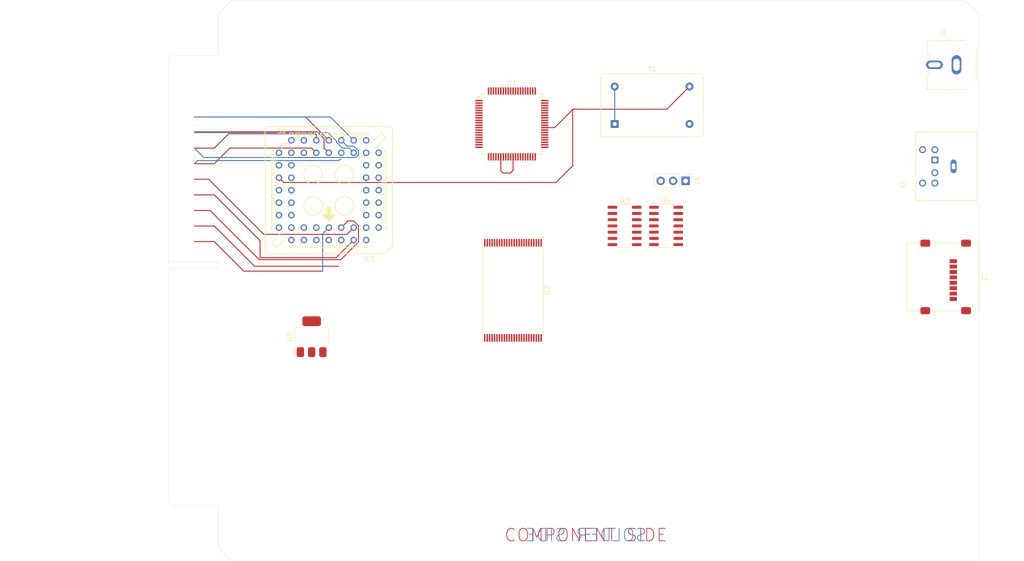
<source format=kicad_pcb>
(kicad_pcb (version 20241229) (generator "pcbnew") (generator_version "9.0")
  (layers (0 "F.Cu" signal) (4 "In1.Cu" signal) (6 "In2.Cu" signal) (2 "B.Cu" signal) (13 "F.Paste" user) (15 "B.Paste" user) (5 "F.SilkS" user "F.Silkscreen") (7 "B.SilkS" user "B.Silkscreen") (1 "F.Mask" user) (3 "B.Mask" user) (25 "Edge.Cuts" user))
  (net 0 "")
  (net 1 "/IPL0")
  (net 2 "/~{BERR}")
  (net 3 "/A15")
  (net 4 "/A0")
  (net 5 "/A8")
  (net 6 "/D5")
  (net 7 "/D7")
  (net 8 "/~{CLOCK7}")
  (net 9 "/FC1")
  (net 10 "/FC2")
  (net 11 "/A1")
  (net 12 "/~{HALT}")
  (net 13 "/A7")
  (net 14 "/D6")
  (net 15 "/IPL1")
  (net 16 "/D0")
  (net 17 "/A13")
  (net 18 "/IPL2")
  (net 19 "/FC0")
  (net 20 "/~{IPL0}")
  (net 21 "/A11")
  (net 22 "/~{IPL2}")
  (net 23 "/~{IPL1}")
  (net 24 "/~{CLOCK}")
  (net 25 "/~{UB}")
  (net 26 "/D4")
  (net 28 "/D1")
  (net 29 "+3.3V")
  (net 32 "/D2")
  (net 33 "/~{LB}")
  (net 34 "/A5")
  (net 35 "/D3")
  (net 36 "/A12")
  (net 37 "/A2")
  (net 39 "/A9")
  (net 40 "/~{WE}")
  (net 43 "/A6")
  (net 44 "/A3")
  (net 45 "/~{OE}")
  (net 46 "/A4")
  (net 47 "/A10")
  (net 48 "/A14")
  (net 52 "/R~{W}")
  (net 58 "Net-(U3-Pad10)")
  (net 61 "Net-(U3-Pad3)")
  (net 66 "Net-(U4A-D)")
  (net 78 "/~{CLOCK68K}")
  (net 79 "/A21")
  (net 80 "/A18")
  (net 81 "/~{RESET}")
  (net 82 "/A17")
  (net 83 "/~{AS}")
  (net 85 "/A20")
  (net 86 "/~{BGACK}")
  (net 87 "/~{BG}")
  (net 88 "GND")
  (net 89 "/~{BR}")
  (net 90 "/A16")
  (net 91 "/A19")
  (net 92 "VCC")
  (net 93 "/~{DTACK}")
  (net 94 "/R{slash}~{W}")
  (net 95 "/~{DS}")
  (net 96 "/ADC_X")
  (net 97 "/~{MCLR}")
  (net 98 "/PS{slash}2DATA")
  (net 99 "/RX")
  (net 100 "/TX")
  (net 101 "/PGD")
  (net 102 "/LED")
  (net 103 "/VIDPIXEL")
  (net 104 "/PS{slash}2CLK")
  (net 105 "/PGC")
  (net 106 "/ADC_Y")
  (net 107 "/~{PICDTACK}")
  (net 108 "/VIDSYNC")
  (net 109 "/PWM_OUT")
  (footprint "Package_SO:SOIC-14_3.9x8.7mm_P1.27mm" (layer "F.Cu") (at 159.025 79.035)
    (property "Reference" "U3" (at 0 -5.28 0) (layer "F.SilkS"))
    (property "Value" "74LS00")
    (pad "1" smd roundrect (at -2.475 -3.81) (size 1.95 0.6) (layers "F.Cu" "F.Mask" "F.Paste") (net 52 "/R~{W}"))
    (pad "2" smd roundrect (at -2.475 -2.54) (size 1.95 0.6) (layers "F.Cu" "F.Mask" "F.Paste") (net 52 "/R~{W}"))
    (pad "3" smd roundrect (at -2.475 -1.27) (size 1.95 0.6) (layers "F.Cu" "F.Mask" "F.Paste") (net 61 "Net-(U3-Pad3)"))
    (pad "4" smd roundrect (at -2.475 0) (size 1.95 0.6) (layers "F.Cu" "F.Mask" "F.Paste") (net 83 "/~{AS}"))
    (pad "5" smd roundrect (at -2.475 1.27) (size 1.95 0.6) (layers "F.Cu" "F.Mask" "F.Paste") (net 83 "/~{AS}"))
    (pad "6" smd roundrect (at -2.475 2.54) (size 1.95 0.6) (layers "F.Cu" "F.Mask" "F.Paste") (net 58 "Net-(U3-Pad10)"))
    (pad "7" smd roundrect (at -2.475 3.81) (size 1.95 0.6) (layers "F.Cu" "F.Mask" "F.Paste"))
    (pad "8" smd roundrect (at 2.475 3.81) (size 1.95 0.6) (layers "F.Cu" "F.Mask" "F.Paste") (net 40 "/~{WE}"))
    (pad "9" smd roundrect (at 2.475 2.54) (size 1.95 0.6) (layers "F.Cu" "F.Mask" "F.Paste") (net 61 "Net-(U3-Pad3)"))
    (pad "10" smd roundrect (at 2.475 1.27) (size 1.95 0.6) (layers "F.Cu" "F.Mask" "F.Paste") (net 58 "Net-(U3-Pad10)"))
    (pad "11" smd roundrect (at 2.475 0) (size 1.95 0.6) (layers "F.Cu" "F.Mask" "F.Paste") (net 45 "/~{OE}"))
    (pad "12" smd roundrect (at 2.475 -1.27) (size 1.95 0.6) (layers "F.Cu" "F.Mask" "F.Paste") (net 58 "Net-(U3-Pad10)"))
    (pad "13" smd roundrect (at 2.475 -2.54) (size 1.95 0.6) (layers "F.Cu" "F.Mask" "F.Paste") (net 52 "/R~{W}"))
    (pad "14" smd roundrect (at 2.475 -3.81) (size 1.95 0.6) (layers "F.Cu" "F.Mask" "F.Paste"))
  )
  (footprint "Package_TO_SOT_SMD:SOT-223-3_TabPin2" (layer "F.Cu") (at 95.25 101.6 90)
    (property "Reference" "U5" (at 0 -4.5 90) (layer "F.SilkS"))
    (property "Value" "AMS1117-3.3")
    (pad "1" smd roundrect (at -3.15 -2.3 90) (size 2 1.5) (layers "F.Cu" "F.Mask" "F.Paste") (net 88 "GND"))
    (pad "2" smd roundrect (at -3.15 0 90) (size 2 1.5) (layers "F.Cu" "F.Mask" "F.Paste") (net 29 "+3.3V"))
    (pad "2" smd roundrect (at 3.15 0 90) (size 2 3.8) (layers "F.Cu" "F.Mask" "F.Paste") (net 29 "+3.3V"))
    (pad "3" smd roundrect (at -3.15 2.3 90) (size 2 1.5) (layers "F.Cu" "F.Mask" "F.Paste") (net 92 "VCC"))
  )
  (footprint "MD-60S:CUI_MD-60S" (layer "F.Cu") (at 226.05 66.9 90)
    (property "Reference" "J2" (at -3.825 -10.435 90) (layer "F.SilkS"))
    (property "Value" "MD-60S")
    (fp_line (start 1.1 -0.35) (end 1.1 0.35) (stroke (width 0.01)) (layer "Edge.Cuts"))
    (fp_line (start -1.1 -0.35) (end 1.1 -0.35) (stroke (width 0.01)) (layer "Edge.Cuts"))
    (fp_line (start 1.1 0.35) (end -1.1 0.35) (stroke (width 0.01)) (layer "Edge.Cuts"))
    (fp_line (start -1.1 0.35) (end -1.1 -0.35) (stroke (width 0.01)) (layer "Edge.Cuts"))
    (pad "1" thru_hole rect (at 1.3 -3.8 90) (size 1.408 1.408) (drill 0.9) (layers "*.Cu" "*.Mask"))
    (pad "2" thru_hole circle (at -1.3 -3.8 90) (size 1.408 1.408) (drill 0.9) (layers "*.Cu" "*.Mask"))
    (pad "3" thru_hole circle (at 3.4 -3.8 90) (size 1.408 1.408) (drill 0.9) (layers "*.Cu" "*.Mask"))
    (pad "4" thru_hole circle (at -3.4 -3.8 90) (size 1.408 1.408) (drill 0.9) (layers "*.Cu" "*.Mask"))
    (pad "5" thru_hole circle (at 3.4 -6.3 90) (size 1.408 1.408) (drill 0.9) (layers "*.Cu" "*.Mask"))
    (pad "6" thru_hole circle (at -3.4 -6.3 90) (size 1.408 1.408) (drill 0.9) (layers "*.Cu" "*.Mask"))
    (pad "S1" thru_hole custom (at 0 0 90) (size 1.23 1.23) (drill oval 2.2 0.7) (layers "*.Cu") (options (clearance outline) (anchor circle)) (primitives (gr_poly (pts (xy 0 0.615) (xy -0.75 0.615) (xy -0.782 0.614) (xy -0.814 0.612) (xy -0.846 0.607) (xy -0.878 0.602) (xy -0.909 0.594) (xy -0.94 0.585) (xy -0.97 0.574) (xy -1 0.562) (xy -1.029 0.548) (xy -1.058 0.533) (xy -1.085 0.516) (xy -1.111 0.498) (xy -1.137 0.478) (xy -1.162 0.457) (xy -1.185 0.435) (xy -1.207 0.412) (xy -1.228 0.387) (xy -1.248 0.361) (xy -1.266 0.335) (xy -1.283 0.308) (xy -1.298 0.279) (xy -1.312 0.25) (xy -1.324 0.22) (xy -1.335 0.19) (xy -1.344 0.159) (xy -1.352 0.128) (xy -1.357 0.096) (xy -1.362 0.064) (xy -1.364 0.032) (xy -1.365 0) (xy -1.364 -0.032) (xy -1.362 -0.064) (xy -1.357 -0.096) (xy -1.352 -0.128) (xy -1.344 -0.159) (xy -1.335 -0.19) (xy -1.324 -0.22) (xy -1.312 -0.25) (xy -1.298 -0.279) (xy -1.283 -0.307) (xy -1.266 -0.335) (xy -1.248 -0.361) (xy -1.228 -0.387) (xy -1.207 -0.412) (xy -1.185 -0.435) (xy -1.162 -0.457) (xy -1.137 -0.478) (xy -1.111 -0.498) (xy -1.085 -0.516) (xy -1.058 -0.533) (xy -1.029 -0.548) (xy -1 -0.562) (xy -0.97 -0.574) (xy -0.94 -0.585) (xy -0.909 -0.594) (xy -0.878 -0.602) (xy -0.846 -0.607) (xy -0.814 -0.612) (xy -0.782 -0.614) (xy -0.75 -0.615) (xy 0 -0.615) (xy 0.75 -0.615) (xy 0.782 -0.614) (xy 0.814 -0.612) (xy 0.846 -0.607) (xy 0.878 -0.602) (xy 0.909 -0.594) (xy 0.94 -0.585) (xy 0.97 -0.574) (xy 1 -0.562) (xy 1.029 -0.548) (xy 1.058 -0.533) (xy 1.085 -0.516) (xy 1.111 -0.498) (xy 1.137 -0.478) (xy 1.162 -0.457) (xy 1.185 -0.435) (xy 1.207 -0.412) (xy 1.228 -0.387) (xy 1.248 -0.361) (xy 1.266 -0.335) (xy 1.283 -0.307) (xy 1.298 -0.279) (xy 1.312 -0.25) (xy 1.324 -0.22) (xy 1.335 -0.19) (xy 1.344 -0.159) (xy 1.352 -0.128) (xy 1.357 -0.096) (xy 1.362 -0.064) (xy 1.364 -0.032) (xy 1.365 0) (xy 1.364 0.032) (xy 1.362 0.064) (xy 1.357 0.096) (xy 1.352 0.128) (xy 1.344 0.159) (xy 1.335 0.19) (xy 1.324 0.22) (xy 1.312 0.25) (xy 1.298 0.279) (xy 1.283 0.307) (xy 1.266 0.335) (xy 1.248 0.361) (xy 1.228 0.387) (xy 1.207 0.412) (xy 1.185 0.435) (xy 1.162 0.457) (xy 1.137 0.478) (xy 1.111 0.498) (xy 1.085 0.516) (xy 1.058 0.533) (xy 1.029 0.548) (xy 1 0.562) (xy 0.97 0.574) (xy 0.94 0.585) (xy 0.909 0.594) (xy 0.878 0.602) (xy 0.846 0.607) (xy 0.814 0.612) (xy 0.782 0.614) (xy 0.75 0.615) (xy 0 0.615)) (width 0.01) (fill yes))))
  )
  (footprint "RCJ-044:CUI_RCJ-044" (layer "F.Cu") (at 226.658034 46.196027)
    (property "Reference" "J1" (at -2.825 -6.635 0) (layer "F.SilkS"))
    (property "Value" "RCJ-044")
    (fp_line (start 2.3 -5.15) (end 2.3 -3.35) (stroke (width 0.01)) (layer "Edge.Cuts"))
    (fp_line (start 2.3 -3.35) (end 4 -3.35) (stroke (width 0.01)) (layer "Edge.Cuts"))
    (fp_line (start 2.3 3.35) (end 2.3 5.15) (stroke (width 0.01)) (layer "Edge.Cuts"))
    (fp_line (start 2.3 5.15) (end 4 5.15) (stroke (width 0.01)) (layer "Edge.Cuts"))
    (fp_line (start 4 -5.15) (end 2.3 -5.15) (stroke (width 0.01)) (layer "Edge.Cuts"))
    (fp_line (start 4 -3.35) (end 4 -5.15) (stroke (width 0.01)) (layer "Edge.Cuts"))
    (fp_line (start 4 3.35) (end 2.3 3.35) (stroke (width 0.01)) (layer "Edge.Cuts"))
    (fp_line (start 4 5.15) (end 4 3.35) (stroke (width 0.01)) (layer "Edge.Cuts"))
    (pad "1" thru_hole oval (at 0 0) (size 1.95 3.9) (drill oval 1.3 2.5) (layers "*.Cu" "*.Mask"))
    (pad "2" thru_hole oval (at -4.5 0) (size 3.4 1.7) (drill oval 2.5 1) (layers "*.Cu" "*.Mask"))
  )
  (footprint "Oscillator:Oscillator_DIP-14" (layer "F.Cu") (at 157.01 58.25)
    (property "Reference" "Y1" (at 7.62 -11.26 0) (layer "F.SilkS"))
    (property "Value" "OCXO-14")
    (pad "1" thru_hole rect (at 0 0) (size 1.6 1.6) (drill 0.8) (layers "*.Cu" "*.Mask") (net 92 "VCC"))
    (pad "7" thru_hole circle (at 15.24 0) (size 1.6 1.6) (drill 0.8) (layers "*.Cu" "*.Mask") (net 88 "GND"))
    (pad "8" thru_hole circle (at 15.24 -7.62) (size 1.6 1.6) (drill 0.8) (layers "*.Cu" "*.Mask") (net 24 "/~{CLOCK}"))
    (pad "14" thru_hole circle (at 0 -7.62) (size 1.6 1.6) (drill 0.8) (layers "*.Cu" "*.Mask") (net 92 "VCC"))
  )
  (footprint "Connector_PinHeader_2.54mm:PinHeader_1x03_P2.54mm_Vertical" (layer "F.Cu") (at 171.45 69.85 -90)
    (property "Reference" "J4" (at 0 -2.38 90) (layer "F.SilkS"))
    (property "Value" "Conn_01x03_Pin")
    (pad "1" thru_hole rect (at 0 0 270) (size 1.7 1.7) (drill 1) (layers "*.Cu" "*.Mask") (net 24 "/~{CLOCK}"))
    (pad "2" thru_hole circle (at 0 2.54 270) (size 1.7 1.7) (drill 1) (layers "*.Cu" "*.Mask") (net 78 "/~{CLOCK68K}"))
    (pad "3" thru_hole circle (at 0 5.08 270) (size 1.7 1.7) (drill 1) (layers "*.Cu" "*.Mask") (net 8 "/~{CLOCK7}"))
  )
  (footprint "Package_SO:TSOP-I-48_18.4x12mm_P0.5mm" (layer "F.Cu") (at 136.275 92.16 -90)
    (property "Reference" "U2" (at 0 -6.95 90) (layer "F.SilkS"))
    (property "Value" "~")
    (pad "1" smd roundrect (at -9.6875 -5.75 270) (size 1.575 0.3) (layers "F.Cu" "F.Mask" "F.Paste") (net 3 "/A15"))
    (pad "2" smd roundrect (at -9.6875 -5.25 270) (size 1.575 0.3) (layers "F.Cu" "F.Mask" "F.Paste") (net 48 "/A14"))
    (pad "3" smd roundrect (at -9.6875 -4.75 270) (size 1.575 0.3) (layers "F.Cu" "F.Mask" "F.Paste") (net 17 "/A13"))
    (pad "4" smd roundrect (at -9.6875 -4.25 270) (size 1.575 0.3) (layers "F.Cu" "F.Mask" "F.Paste") (net 36 "/A12"))
    (pad "5" smd roundrect (at -9.6875 -3.75 270) (size 1.575 0.3) (layers "F.Cu" "F.Mask" "F.Paste") (net 21 "/A11"))
    (pad "6" smd roundrect (at -9.6875 -3.25 270) (size 1.575 0.3) (layers "F.Cu" "F.Mask" "F.Paste") (net 47 "/A10"))
    (pad "7" smd roundrect (at -9.6875 -2.75 270) (size 1.575 0.3) (layers "F.Cu" "F.Mask" "F.Paste") (net 39 "/A9"))
    (pad "8" smd roundrect (at -9.6875 -2.25 270) (size 1.575 0.3) (layers "F.Cu" "F.Mask" "F.Paste") (net 5 "/A8"))
    (pad "9" smd roundrect (at -9.6875 -1.75 270) (size 1.575 0.3) (layers "F.Cu" "F.Mask" "F.Paste") (net 91 "/A19"))
    (pad "10" smd roundrect (at -9.6875 -1.25 270) (size 1.575 0.3) (layers "F.Cu" "F.Mask" "F.Paste") (net 85 "/A20"))
    (pad "11" smd roundrect (at -9.6875 -0.75 270) (size 1.575 0.3) (layers "F.Cu" "F.Mask" "F.Paste") (net 40 "/~{WE}"))
    (pad "12" smd roundrect (at -9.6875 -0.25 270) (size 1.575 0.3) (layers "F.Cu" "F.Mask" "F.Paste") (net 29 "+3.3V"))
    (pad "13" smd roundrect (at -9.6875 0.25 270) (size 1.575 0.3) (layers "F.Cu" "F.Mask" "F.Paste"))
    (pad "14" smd roundrect (at -9.6875 0.75 270) (size 1.575 0.3) (layers "F.Cu" "F.Mask" "F.Paste") (net 25 "/~{UB}"))
    (pad "15" smd roundrect (at -9.6875 1.25 270) (size 1.575 0.3) (layers "F.Cu" "F.Mask" "F.Paste") (net 33 "/~{LB}"))
    (pad "16" smd roundrect (at -9.6875 1.75 270) (size 1.575 0.3) (layers "F.Cu" "F.Mask" "F.Paste") (net 80 "/A18"))
    (pad "17" smd roundrect (at -9.6875 2.25 270) (size 1.575 0.3) (layers "F.Cu" "F.Mask" "F.Paste") (net 82 "/A17"))
    (pad "18" smd roundrect (at -9.6875 2.75 270) (size 1.575 0.3) (layers "F.Cu" "F.Mask" "F.Paste") (net 13 "/A7"))
    (pad "19" smd roundrect (at -9.6875 3.25 270) (size 1.575 0.3) (layers "F.Cu" "F.Mask" "F.Paste") (net 43 "/A6"))
    (pad "20" smd roundrect (at -9.6875 3.75 270) (size 1.575 0.3) (layers "F.Cu" "F.Mask" "F.Paste") (net 34 "/A5"))
    (pad "21" smd roundrect (at -9.6875 4.25 270) (size 1.575 0.3) (layers "F.Cu" "F.Mask" "F.Paste") (net 46 "/A4"))
    (pad "22" smd roundrect (at -9.6875 4.75 270) (size 1.575 0.3) (layers "F.Cu" "F.Mask" "F.Paste") (net 44 "/A3"))
    (pad "23" smd roundrect (at -9.6875 5.25 270) (size 1.575 0.3) (layers "F.Cu" "F.Mask" "F.Paste") (net 37 "/A2"))
    (pad "24" smd roundrect (at -9.6875 5.75 270) (size 1.575 0.3) (layers "F.Cu" "F.Mask" "F.Paste") (net 11 "/A1"))
    (pad "25" smd roundrect (at 9.6875 5.75 270) (size 1.575 0.3) (layers "F.Cu" "F.Mask" "F.Paste") (net 4 "/A0"))
    (pad "26" smd roundrect (at 9.6875 5.25 270) (size 1.575 0.3) (layers "F.Cu" "F.Mask" "F.Paste") (net 88 "GND"))
    (pad "27" smd roundrect (at 9.6875 4.75 270) (size 1.575 0.3) (layers "F.Cu" "F.Mask" "F.Paste") (net 88 "GND"))
    (pad "28" smd roundrect (at 9.6875 4.25 270) (size 1.575 0.3) (layers "F.Cu" "F.Mask" "F.Paste") (net 45 "/~{OE}"))
    (pad "29" smd roundrect (at 9.6875 3.75 270) (size 1.575 0.3) (layers "F.Cu" "F.Mask" "F.Paste") (net 16 "/D0"))
    (pad "30" smd roundrect (at 9.6875 3.25 270) (size 1.575 0.3) (layers "F.Cu" "F.Mask" "F.Paste"))
    (pad "31" smd roundrect (at 9.6875 2.75 270) (size 1.575 0.3) (layers "F.Cu" "F.Mask" "F.Paste") (net 28 "/D1"))
    (pad "32" smd roundrect (at 9.6875 2.25 270) (size 1.575 0.3) (layers "F.Cu" "F.Mask" "F.Paste"))
    (pad "33" smd roundrect (at 9.6875 1.75 270) (size 1.575 0.3) (layers "F.Cu" "F.Mask" "F.Paste") (net 32 "/D2"))
    (pad "34" smd roundrect (at 9.6875 1.25 270) (size 1.575 0.3) (layers "F.Cu" "F.Mask" "F.Paste"))
    (pad "35" smd roundrect (at 9.6875 0.75 270) (size 1.575 0.3) (layers "F.Cu" "F.Mask" "F.Paste") (net 35 "/D3"))
    (pad "36" smd roundrect (at 9.6875 0.25 270) (size 1.575 0.3) (layers "F.Cu" "F.Mask" "F.Paste"))
    (pad "37" smd roundrect (at 9.6875 -0.25 270) (size 1.575 0.3) (layers "F.Cu" "F.Mask" "F.Paste") (net 29 "+3.3V"))
    (pad "38" smd roundrect (at 9.6875 -0.75 270) (size 1.575 0.3) (layers "F.Cu" "F.Mask" "F.Paste") (net 26 "/D4"))
    (pad "39" smd roundrect (at 9.6875 -1.25 270) (size 1.575 0.3) (layers "F.Cu" "F.Mask" "F.Paste"))
    (pad "40" smd roundrect (at 9.6875 -1.75 270) (size 1.575 0.3) (layers "F.Cu" "F.Mask" "F.Paste") (net 6 "/D5"))
    (pad "41" smd roundrect (at 9.6875 -2.25 270) (size 1.575 0.3) (layers "F.Cu" "F.Mask" "F.Paste"))
    (pad "42" smd roundrect (at 9.6875 -2.75 270) (size 1.575 0.3) (layers "F.Cu" "F.Mask" "F.Paste") (net 14 "/D6"))
    (pad "43" smd roundrect (at 9.6875 -3.25 270) (size 1.575 0.3) (layers "F.Cu" "F.Mask" "F.Paste"))
    (pad "44" smd roundrect (at 9.6875 -3.75 270) (size 1.575 0.3) (layers "F.Cu" "F.Mask" "F.Paste") (net 7 "/D7"))
    (pad "45" smd roundrect (at 9.6875 -4.25 270) (size 1.575 0.3) (layers "F.Cu" "F.Mask" "F.Paste") (net 79 "/A21"))
    (pad "46" smd roundrect (at 9.6875 -4.75 270) (size 1.575 0.3) (layers "F.Cu" "F.Mask" "F.Paste") (net 88 "GND"))
    (pad "47" smd roundrect (at 9.6875 -5.25 270) (size 1.575 0.3) (layers "F.Cu" "F.Mask" "F.Paste") (net 88 "GND"))
    (pad "48" smd roundrect (at 9.6875 -5.75 270) (size 1.575 0.3) (layers "F.Cu" "F.Mask" "F.Paste") (net 90 "/A16"))
  )
  (footprint "Connector_Card:microSD_HC_Molex_47219-2001" (layer "F.Cu") (at 223.9 89.425 -90)
    (property "Reference" "J3" (at 0 -8.5 270) (layer "F.SilkS"))
    (property "Value" "Micro_SD_Card")
    (pad "1" smd rect (at -3.205 -2.1 270) (size 0.8 1.5) (layers "F.Cu" "F.Mask" "F.Paste"))
    (pad "2" smd rect (at -2.105 -2.1 270) (size 0.8 1.5) (layers "F.Cu" "F.Mask" "F.Paste"))
    (pad "3" smd rect (at -1.005 -2.1 270) (size 0.8 1.5) (layers "F.Cu" "F.Mask" "F.Paste"))
    (pad "4" smd rect (at 0.095 -2.1 270) (size 0.8 1.5) (layers "F.Cu" "F.Mask" "F.Paste"))
    (pad "5" smd rect (at 1.195 -2.1 270) (size 0.8 1.5) (layers "F.Cu" "F.Mask" "F.Paste"))
    (pad "6" smd rect (at 2.295 -2.1 270) (size 0.8 1.5) (layers "F.Cu" "F.Mask" "F.Paste"))
    (pad "7" smd rect (at 3.395 -2.1 270) (size 0.8 1.5) (layers "F.Cu" "F.Mask" "F.Paste"))
    (pad "8" smd rect (at 4.495 -2.1 270) (size 0.8 1.5) (layers "F.Cu" "F.Mask" "F.Paste"))
    (pad "9" smd roundrect (at -6.875 -4.7 270) (size 1.45 2) (layers "F.Cu" "F.Mask" "F.Paste"))
    (pad "9" smd roundrect (at -6.875 3.6 270) (size 1.45 2) (layers "F.Cu" "F.Mask" "F.Paste"))
    (pad "9" smd roundrect (at 6.875 -4.7 270) (size 1.45 2) (layers "F.Cu" "F.Mask" "F.Paste"))
    (pad "9" smd roundrect (at 6.875 3.6 270) (size 1.45 2) (layers "F.Cu" "F.Mask" "F.Paste"))
  )
  (footprint "Package_SO:SOIC-14_3.9x8.7mm_P1.27mm" (layer "F.Cu") (at 167.475 79.035)
    (property "Reference" "U4" (at 0 -5.28 0) (layer "F.SilkS"))
    (property "Value" "74LS74")
    (pad "1" smd roundrect (at -2.475 -3.81) (size 1.95 0.6) (layers "F.Cu" "F.Mask" "F.Paste"))
    (pad "2" smd roundrect (at -2.475 -2.54) (size 1.95 0.6) (layers "F.Cu" "F.Mask" "F.Paste") (net 66 "Net-(U4A-D)"))
    (pad "3" smd roundrect (at -2.475 -1.27) (size 1.95 0.6) (layers "F.Cu" "F.Mask" "F.Paste"))
    (pad "4" smd roundrect (at -2.475 0) (size 1.95 0.6) (layers "F.Cu" "F.Mask" "F.Paste"))
    (pad "5" smd roundrect (at -2.475 1.27) (size 1.95 0.6) (layers "F.Cu" "F.Mask" "F.Paste") (net 8 "/~{CLOCK7}"))
    (pad "6" smd roundrect (at -2.475 2.54) (size 1.95 0.6) (layers "F.Cu" "F.Mask" "F.Paste") (net 66 "Net-(U4A-D)"))
    (pad "7" smd roundrect (at -2.475 3.81) (size 1.95 0.6) (layers "F.Cu" "F.Mask" "F.Paste"))
    (pad "8" smd roundrect (at 2.475 3.81) (size 1.95 0.6) (layers "F.Cu" "F.Mask" "F.Paste"))
    (pad "9" smd roundrect (at 2.475 2.54) (size 1.95 0.6) (layers "F.Cu" "F.Mask" "F.Paste") (net 93 "/~{DTACK}"))
    (pad "10" smd roundrect (at 2.475 1.27) (size 1.95 0.6) (layers "F.Cu" "F.Mask" "F.Paste"))
    (pad "11" smd roundrect (at 2.475 0) (size 1.95 0.6) (layers "F.Cu" "F.Mask" "F.Paste") (net 78 "/~{CLOCK68K}"))
    (pad "12" smd roundrect (at 2.475 -1.27) (size 1.95 0.6) (layers "F.Cu" "F.Mask" "F.Paste") (net 95 "/~{DS}"))
    (pad "13" smd roundrect (at 2.475 -2.54) (size 1.95 0.6) (layers "F.Cu" "F.Mask" "F.Paste"))
    (pad "14" smd roundrect (at 2.475 -3.81) (size 1.95 0.6) (layers "F.Cu" "F.Mask" "F.Paste"))
  )
  (footprint "MC68008FN:PLCC52-S" (layer "F.Cu") (at 98.75 71.75 180)
    (property "Reference" "IC1" (at -8.26085 -13.97995 0) (layer "F.SilkS") (effects (font (size 1.000709 1.000709))))
    (property "Value" "MC68008FN")
    (fp_text user "52" (at 9.52581 12.066 0) (layer "F.SilkS") (effects (font (size 1.000087 1.000087))))
    (pad "1" thru_hole circle (at 0 -10.16 180) (size 1.3208 1.3208) (drill 0.8128) (layers "*.Cu" "*.Mask") (net 37 "/A2"))
    (pad "2" thru_hole circle (at 0 -7.62 180) (size 1.3208 1.3208) (drill 0.8128) (layers "*.Cu" "*.Mask") (net 44 "/A3"))
    (pad "3" thru_hole circle (at -2.54 -10.16 180) (size 1.3208 1.3208) (drill 0.8128) (layers "*.Cu" "*.Mask") (net 46 "/A4"))
    (pad "4" thru_hole circle (at -2.54 -7.62 180) (size 1.3208 1.3208) (drill 0.8128) (layers "*.Cu" "*.Mask") (net 34 "/A5"))
    (pad "5" thru_hole circle (at -5.08 -10.16 180) (size 1.3208 1.3208) (drill 0.8128) (layers "*.Cu" "*.Mask") (net 43 "/A6"))
    (pad "6" thru_hole circle (at -5.08 -7.62 180) (size 1.3208 1.3208) (drill 0.8128) (layers "*.Cu" "*.Mask") (net 13 "/A7"))
    (pad "7" thru_hole circle (at -7.62 -10.16 180) (size 1.3208 1.3208) (drill 0.8128) (layers "*.Cu" "*.Mask") (net 5 "/A8"))
    (pad "8" thru_hole circle (at -10.16 -7.62 180) (size 1.3208 1.3208) (drill 0.8128) (layers "*.Cu" "*.Mask") (net 39 "/A9"))
    (pad "9" thru_hole circle (at -7.62 -7.62 180) (size 1.3208 1.3208) (drill 0.8128) (layers "*.Cu" "*.Mask") (net 47 "/A10"))
    (pad "10" thru_hole circle (at -10.16 -5.08 180) (size 1.3208 1.3208) (drill 0.8128) (layers "*.Cu" "*.Mask") (net 21 "/A11"))
    (pad "11" thru_hole circle (at -7.62 -5.08 180) (size 1.3208 1.3208) (drill 0.8128) (layers "*.Cu" "*.Mask") (net 36 "/A12"))
    (pad "12" thru_hole circle (at -10.16 -2.54 180) (size 1.3208 1.3208) (drill 0.8128) (layers "*.Cu" "*.Mask") (net 17 "/A13"))
    (pad "13" thru_hole circle (at -7.62 -2.54 180) (size 1.3208 1.3208) (drill 0.8128) (layers "*.Cu" "*.Mask") (net 79 "/A21"))
    (pad "14" thru_hole circle (at -10.16 0 180) (size 1.3208 1.3208) (drill 0.8128) (layers "*.Cu" "*.Mask") (net 48 "/A14"))
    (pad "15" thru_hole circle (at -7.62 0 180) (size 1.3208 1.3208) (drill 0.8128) (layers "*.Cu" "*.Mask") (net 92 "VCC"))
    (pad "16" thru_hole circle (at -10.16 2.54 180) (size 1.3208 1.3208) (drill 0.8128) (layers "*.Cu" "*.Mask") (net 3 "/A15"))
    (pad "17" thru_hole circle (at -7.62 2.54 180) (size 1.3208 1.3208) (drill 0.8128) (layers "*.Cu" "*.Mask") (net 88 "GND"))
    (pad "18" thru_hole circle (at -10.16 5.08 180) (size 1.3208 1.3208) (drill 0.8128) (layers "*.Cu" "*.Mask") (net 90 "/A16"))
    (pad "19" thru_hole circle (at -7.62 5.08 180) (size 1.3208 1.3208) (drill 0.8128) (layers "*.Cu" "*.Mask") (net 82 "/A17"))
    (pad "20" thru_hole circle (at -10.16 7.62 180) (size 1.3208 1.3208) (drill 0.8128) (layers "*.Cu" "*.Mask") (net 80 "/A18"))
    (pad "21" thru_hole circle (at -7.62 10.16 180) (size 1.3208 1.3208) (drill 0.8128) (layers "*.Cu" "*.Mask") (net 91 "/A19"))
    (pad "22" thru_hole circle (at -7.62 7.62 180) (size 1.3208 1.3208) (drill 0.8128) (layers "*.Cu" "*.Mask") (net 85 "/A20"))
    (pad "23" thru_hole circle (at -5.08 10.16 180) (size 1.3208 1.3208) (drill 0.8128) (layers "*.Cu" "*.Mask") (net 7 "/D7"))
    (pad "24" thru_hole circle (at -5.08 7.62 180) (size 1.3208 1.3208) (drill 0.8128) (layers "*.Cu" "*.Mask") (net 14 "/D6"))
    (pad "25" thru_hole circle (at -2.54 10.16 180) (size 1.3208 1.3208) (drill 0.8128) (layers "*.Cu" "*.Mask") (net 6 "/D5"))
    (pad "26" thru_hole circle (at -2.54 7.62 180) (size 1.3208 1.3208) (drill 0.8128) (layers "*.Cu" "*.Mask") (net 26 "/D4"))
    (pad "27" thru_hole circle (at 0 10.16 180) (size 1.3208 1.3208) (drill 0.8128) (layers "*.Cu" "*.Mask") (net 35 "/D3"))
    (pad "28" thru_hole circle (at 0 7.62 180) (size 1.3208 1.3208) (drill 0.8128) (layers "*.Cu" "*.Mask") (net 32 "/D2"))
    (pad "29" thru_hole circle (at 2.54 10.16 180) (size 1.3208 1.3208) (drill 0.8128) (layers "*.Cu" "*.Mask") (net 28 "/D1"))
    (pad "30" thru_hole circle (at 2.54 7.62 180) (size 1.3208 1.3208) (drill 0.8128) (layers "*.Cu" "*.Mask") (net 16 "/D0"))
    (pad "31" thru_hole circle (at 5.08 10.16 180) (size 1.3208 1.3208) (drill 0.8128) (layers "*.Cu" "*.Mask") (net 83 "/~{AS}"))
    (pad "32" thru_hole circle (at 5.08 7.62 180) (size 1.3208 1.3208) (drill 0.8128) (layers "*.Cu" "*.Mask") (net 95 "/~{DS}"))
    (pad "33" thru_hole circle (at 7.62 10.16 180) (size 1.3208 1.3208) (drill 0.8128) (layers "*.Cu" "*.Mask") (net 94 "/R{slash}~{W}"))
    (pad "34" thru_hole circle (at 10.16 7.62 180) (size 1.3208 1.3208) (drill 0.8128) (layers "*.Cu" "*.Mask") (net 93 "/~{DTACK}"))
    (pad "35" thru_hole circle (at 7.62 7.62 180) (size 1.3208 1.3208) (drill 0.8128) (layers "*.Cu" "*.Mask") (net 87 "/~{BG}"))
    (pad "36" thru_hole circle (at 10.16 5.08 180) (size 1.3208 1.3208) (drill 0.8128) (layers "*.Cu" "*.Mask") (net 86 "/~{BGACK}"))
    (pad "37" thru_hole circle (at 7.62 5.08 180) (size 1.3208 1.3208) (drill 0.8128) (layers "*.Cu" "*.Mask") (net 89 "/~{BR}"))
    (pad "38" thru_hole circle (at 10.16 2.54 180) (size 1.3208 1.3208) (drill 0.8128) (layers "*.Cu" "*.Mask") (net 78 "/~{CLOCK68K}"))
    (pad "39" thru_hole circle (at 7.62 2.54 180) (size 1.3208 1.3208) (drill 0.8128) (layers "*.Cu" "*.Mask") (net 88 "GND"))
    (pad "40" thru_hole circle (at 10.16 0 180) (size 1.3208 1.3208) (drill 0.8128) (layers "*.Cu" "*.Mask") (net 12 "/~{HALT}"))
    (pad "41" thru_hole circle (at 7.62 0 180) (size 1.3208 1.3208) (drill 0.8128) (layers "*.Cu" "*.Mask") (net 81 "/~{RESET}"))
    (pad "42" thru_hole circle (at 10.16 -2.54 180) (size 1.3208 1.3208) (drill 0.8128) (layers "*.Cu" "*.Mask"))
    (pad "43" thru_hole circle (at 7.62 -2.54 180) (size 1.3208 1.3208) (drill 0.8128) (layers "*.Cu" "*.Mask"))
    (pad "44" thru_hole circle (at 7.62 -5.08 180) (size 1.3208 1.3208) (drill 0.8128) (layers "*.Cu" "*.Mask") (net 2 "/~{BERR}"))
    (pad "45" thru_hole circle (at 10.16 -5.08 180) (size 1.3208 1.3208) (drill 0.8128) (layers "*.Cu" "*.Mask") (net 15 "/IPL1"))
    (pad "46" thru_hole circle (at 10.16 -7.62 180) (size 1.3208 1.3208) (drill 0.8128) (layers "*.Cu" "*.Mask") (net 18 "/IPL2"))
    (pad "47" thru_hole circle (at 7.62 -10.16 180) (size 1.3208 1.3208) (drill 0.8128) (layers "*.Cu" "*.Mask") (net 1 "/IPL0"))
    (pad "48" thru_hole circle (at 7.62 -7.62 180) (size 1.3208 1.3208) (drill 0.8128) (layers "*.Cu" "*.Mask") (net 10 "/FC2"))
    (pad "49" thru_hole circle (at 5.08 -10.16 180) (size 1.3208 1.3208) (drill 0.8128) (layers "*.Cu" "*.Mask") (net 9 "/FC1"))
    (pad "50" thru_hole circle (at 5.08 -7.62 180) (size 1.3208 1.3208) (drill 0.8128) (layers "*.Cu" "*.Mask") (net 19 "/FC0"))
    (pad "51" thru_hole circle (at 2.54 -10.16 180) (size 1.3208 1.3208) (drill 0.8128) (layers "*.Cu" "*.Mask") (net 4 "/A0"))
    (pad "52" thru_hole circle (at 2.54 -7.62 180) (size 1.3208 1.3208) (drill 0.8128) (layers "*.Cu" "*.Mask") (net 11 "/A1"))
  )
  (footprint "Package_QFP:TQFP-80_12x12mm_P0.5mm" (layer "F.Cu") (at 136.05 58.25)
    (property "Reference" "U1" (at 0 -8.45 0) (layer "F.SilkS"))
    (property "Value" "PIC18F87K22-xPT")
    (pad "1" smd rect (at -6.7 -4.75) (size 1.5 0.3) (layers "F.Cu" "F.Mask" "F.Paste") (net 37 "/A2"))
    (pad "2" smd rect (at -6.7 -4.25) (size 1.5 0.3) (layers "F.Cu" "F.Mask" "F.Paste") (net 44 "/A3"))
    (pad "3" smd rect (at -6.7 -3.75) (size 1.5 0.3) (layers "F.Cu" "F.Mask" "F.Paste") (net 28 "/D1"))
    (pad "4" smd rect (at -6.7 -3.25) (size 1.5 0.3) (layers "F.Cu" "F.Mask" "F.Paste") (net 16 "/D0"))
    (pad "5" smd rect (at -6.7 -2.75) (size 1.5 0.3) (layers "F.Cu" "F.Mask" "F.Paste") (net 108 "/VIDSYNC"))
    (pad "6" smd rect (at -6.7 -2.25) (size 1.5 0.3) (layers "F.Cu" "F.Mask" "F.Paste") (net 103 "/VIDPIXEL"))
    (pad "7" smd rect (at -6.7 -1.75) (size 1.5 0.3) (layers "F.Cu" "F.Mask" "F.Paste") (net 96 "/ADC_X"))
    (pad "8" smd rect (at -6.7 -1.25) (size 1.5 0.3) (layers "F.Cu" "F.Mask" "F.Paste") (net 106 "/ADC_Y"))
    (pad "9" smd rect (at -6.7 -0.75) (size 1.5 0.3) (layers "F.Cu" "F.Mask" "F.Paste") (net 97 "/~{MCLR}"))
    (pad "10" smd rect (at -6.7 -0.25) (size 1.5 0.3) (layers "F.Cu" "F.Mask" "F.Paste"))
    (pad "11" smd rect (at -6.7 0.25) (size 1.5 0.3) (layers "F.Cu" "F.Mask" "F.Paste") (net 88 "GND"))
    (pad "12" smd rect (at -6.7 0.75) (size 1.5 0.3) (layers "F.Cu" "F.Mask" "F.Paste"))
    (pad "13" smd rect (at -6.7 1.25) (size 1.5 0.3) (layers "F.Cu" "F.Mask" "F.Paste"))
    (pad "14" smd rect (at -6.7 1.75) (size 1.5 0.3) (layers "F.Cu" "F.Mask" "F.Paste") (net 79 "/A21"))
    (pad "15" smd rect (at -6.7 2.25) (size 1.5 0.3) (layers "F.Cu" "F.Mask" "F.Paste") (net 85 "/A20"))
    (pad "16" smd rect (at -6.7 2.75) (size 1.5 0.3) (layers "F.Cu" "F.Mask" "F.Paste") (net 91 "/A19"))
    (pad "17" smd rect (at -6.7 3.25) (size 1.5 0.3) (layers "F.Cu" "F.Mask" "F.Paste") (net 80 "/A18"))
    (pad "18" smd rect (at -6.7 3.75) (size 1.5 0.3) (layers "F.Cu" "F.Mask" "F.Paste") (net 82 "/A17"))
    (pad "19" smd rect (at -6.7 4.25) (size 1.5 0.3) (layers "F.Cu" "F.Mask" "F.Paste") (net 13 "/A7"))
    (pad "20" smd rect (at -6.7 4.75) (size 1.5 0.3) (layers "F.Cu" "F.Mask" "F.Paste") (net 43 "/A6"))
    (pad "21" smd rect (at -4.75 6.7 90) (size 1.5 0.3) (layers "F.Cu" "F.Mask" "F.Paste") (net 34 "/A5"))
    (pad "22" smd rect (at -4.25 6.7 90) (size 1.5 0.3) (layers "F.Cu" "F.Mask" "F.Paste") (net 46 "/A4"))
    (pad "23" smd rect (at -3.75 6.7 90) (size 1.5 0.3) (layers "F.Cu" "F.Mask" "F.Paste") (net 90 "/A16"))
    (pad "24" smd rect (at -3.25 6.7 90) (size 1.5 0.3) (layers "F.Cu" "F.Mask" "F.Paste"))
    (pad "25" smd rect (at -2.75 6.7 90) (size 1.5 0.3) (layers "F.Cu" "F.Mask" "F.Paste") (net 92 "VCC"))
    (pad "26" smd rect (at -2.25 6.7 90) (size 1.5 0.3) (layers "F.Cu" "F.Mask" "F.Paste") (net 88 "GND"))
    (pad "27" smd rect (at -1.75 6.7 90) (size 1.5 0.3) (layers "F.Cu" "F.Mask" "F.Paste") (net 107 "/~{PICDTACK}"))
    (pad "28" smd rect (at -1.25 6.7 90) (size 1.5 0.3) (layers "F.Cu" "F.Mask" "F.Paste") (net 95 "/~{DS}"))
    (pad "29" smd rect (at -0.75 6.7 90) (size 1.5 0.3) (layers "F.Cu" "F.Mask" "F.Paste") (net 83 "/~{AS}"))
    (pad "30" smd rect (at -0.25 6.7 90) (size 1.5 0.3) (layers "F.Cu" "F.Mask" "F.Paste") (net 94 "/R{slash}~{W}"))
    (pad "31" smd rect (at 0.25 6.7 90) (size 1.5 0.3) (layers "F.Cu" "F.Mask" "F.Paste") (net 88 "GND"))
    (pad "32" smd rect (at 0.75 6.7 90) (size 1.5 0.3) (layers "F.Cu" "F.Mask" "F.Paste") (net 92 "VCC"))
    (pad "33" smd rect (at 1.25 6.7 90) (size 1.5 0.3) (layers "F.Cu" "F.Mask" "F.Paste") (net 87 "/~{BG}"))
    (pad "34" smd rect (at 1.75 6.7 90) (size 1.5 0.3) (layers "F.Cu" "F.Mask" "F.Paste") (net 89 "/~{BR}"))
    (pad "35" smd rect (at 2.25 6.7 90) (size 1.5 0.3) (layers "F.Cu" "F.Mask" "F.Paste") (net 109 "/PWM_OUT"))
    (pad "36" smd rect (at 2.75 6.7 90) (size 1.5 0.3) (layers "F.Cu" "F.Mask" "F.Paste"))
    (pad "37" smd rect (at 3.25 6.7 90) (size 1.5 0.3) (layers "F.Cu" "F.Mask" "F.Paste") (net 100 "/TX"))
    (pad "38" smd rect (at 3.75 6.7 90) (size 1.5 0.3) (layers "F.Cu" "F.Mask" "F.Paste") (net 99 "/RX"))
    (pad "39" smd rect (at 4.25 6.7 90) (size 1.5 0.3) (layers "F.Cu" "F.Mask" "F.Paste") (net 36 "/A12"))
    (pad "40" smd rect (at 4.75 6.7 90) (size 1.5 0.3) (layers "F.Cu" "F.Mask" "F.Paste") (net 17 "/A13"))
    (pad "41" smd rect (at 6.7 4.75) (size 1.5 0.3) (layers "F.Cu" "F.Mask" "F.Paste") (net 48 "/A14"))
    (pad "42" smd rect (at 6.7 4.25) (size 1.5 0.3) (layers "F.Cu" "F.Mask" "F.Paste") (net 3 "/A15"))
    (pad "43" smd rect (at 6.7 3.75) (size 1.5 0.3) (layers "F.Cu" "F.Mask" "F.Paste"))
    (pad "44" smd rect (at 6.7 3.25) (size 1.5 0.3) (layers "F.Cu" "F.Mask" "F.Paste") (net 104 "/PS{slash}2CLK"))
    (pad "45" smd rect (at 6.7 2.75) (size 1.5 0.3) (layers "F.Cu" "F.Mask" "F.Paste") (net 98 "/PS{slash}2DATA"))
    (pad "46" smd rect (at 6.7 2.25) (size 1.5 0.3) (layers "F.Cu" "F.Mask" "F.Paste") (net 102 "/LED"))
    (pad "47" smd rect (at 6.7 1.75) (size 1.5 0.3) (layers "F.Cu" "F.Mask" "F.Paste") (net 101 "/PGD"))
    (pad "48" smd rect (at 6.7 1.25) (size 1.5 0.3) (layers "F.Cu" "F.Mask" "F.Paste") (net 92 "VCC"))
    (pad "49" smd rect (at 6.7 0.75) (size 1.5 0.3) (layers "F.Cu" "F.Mask" "F.Paste") (net 24 "/~{CLOCK}"))
    (pad "50" smd rect (at 6.7 0.25) (size 1.5 0.3) (layers "F.Cu" "F.Mask" "F.Paste") (net 86 "/~{BGACK}"))
    (pad "51" smd rect (at 6.7 -0.25) (size 1.5 0.3) (layers "F.Cu" "F.Mask" "F.Paste") (net 88 "GND"))
    (pad "52" smd rect (at 6.7 -0.75) (size 1.5 0.3) (layers "F.Cu" "F.Mask" "F.Paste") (net 105 "/PGC"))
    (pad "53" smd rect (at 6.7 -1.25) (size 1.5 0.3) (layers "F.Cu" "F.Mask" "F.Paste") (net 10 "/FC2"))
    (pad "54" smd rect (at 6.7 -1.75) (size 1.5 0.3) (layers "F.Cu" "F.Mask" "F.Paste") (net 9 "/FC1"))
    (pad "55" smd rect (at 6.7 -2.25) (size 1.5 0.3) (layers "F.Cu" "F.Mask" "F.Paste") (net 19 "/FC0"))
    (pad "56" smd rect (at 6.7 -2.75) (size 1.5 0.3) (layers "F.Cu" "F.Mask" "F.Paste") (net 2 "/~{BERR}"))
    (pad "57" smd rect (at 6.7 -3.25) (size 1.5 0.3) (layers "F.Cu" "F.Mask" "F.Paste") (net 12 "/~{HALT}"))
    (pad "58" smd rect (at 6.7 -3.75) (size 1.5 0.3) (layers "F.Cu" "F.Mask" "F.Paste") (net 81 "/~{RESET}"))
    (pad "59" smd rect (at 6.7 -4.25) (size 1.5 0.3) (layers "F.Cu" "F.Mask" "F.Paste") (net 21 "/A11"))
    (pad "60" smd rect (at 6.7 -4.75) (size 1.5 0.3) (layers "F.Cu" "F.Mask" "F.Paste") (net 47 "/A10"))
    (pad "61" smd rect (at 4.75 -6.7 90) (size 1.5 0.3) (layers "F.Cu" "F.Mask" "F.Paste") (net 39 "/A9"))
    (pad "62" smd rect (at 4.25 -6.7 90) (size 1.5 0.3) (layers "F.Cu" "F.Mask" "F.Paste") (net 5 "/A8"))
    (pad "63" smd rect (at 3.75 -6.7 90) (size 1.5 0.3) (layers "F.Cu" "F.Mask" "F.Paste"))
    (pad "64" smd rect (at 3.25 -6.7 90) (size 1.5 0.3) (layers "F.Cu" "F.Mask" "F.Paste"))
    (pad "65" smd rect (at 2.75 -6.7 90) (size 1.5 0.3) (layers "F.Cu" "F.Mask" "F.Paste"))
    (pad "66" smd rect (at 2.25 -6.7 90) (size 1.5 0.3) (layers "F.Cu" "F.Mask" "F.Paste"))
    (pad "67" smd rect (at 1.75 -6.7 90) (size 1.5 0.3) (layers "F.Cu" "F.Mask" "F.Paste"))
    (pad "68" smd rect (at 1.25 -6.7 90) (size 1.5 0.3) (layers "F.Cu" "F.Mask" "F.Paste") (net 22 "/~{IPL2}"))
    (pad "69" smd rect (at 0.75 -6.7 90) (size 1.5 0.3) (layers "F.Cu" "F.Mask" "F.Paste") (net 23 "/~{IPL1}"))
    (pad "70" smd rect (at 0.25 -6.7 90) (size 1.5 0.3) (layers "F.Cu" "F.Mask" "F.Paste") (net 88 "GND"))
    (pad "71" smd rect (at -0.25 -6.7 90) (size 1.5 0.3) (layers "F.Cu" "F.Mask" "F.Paste") (net 92 "VCC"))
    (pad "72" smd rect (at -0.75 -6.7 90) (size 1.5 0.3) (layers "F.Cu" "F.Mask" "F.Paste") (net 20 "/~{IPL0}"))
    (pad "73" smd rect (at -1.25 -6.7 90) (size 1.5 0.3) (layers "F.Cu" "F.Mask" "F.Paste") (net 7 "/D7"))
    (pad "74" smd rect (at -1.75 -6.7 90) (size 1.5 0.3) (layers "F.Cu" "F.Mask" "F.Paste") (net 14 "/D6"))
    (pad "75" smd rect (at -2.25 -6.7 90) (size 1.5 0.3) (layers "F.Cu" "F.Mask" "F.Paste") (net 6 "/D5"))
    (pad "76" smd rect (at -2.75 -6.7 90) (size 1.5 0.3) (layers "F.Cu" "F.Mask" "F.Paste") (net 26 "/D4"))
    (pad "77" smd rect (at -3.25 -6.7 90) (size 1.5 0.3) (layers "F.Cu" "F.Mask" "F.Paste") (net 35 "/D3"))
    (pad "78" smd rect (at -3.75 -6.7 90) (size 1.5 0.3) (layers "F.Cu" "F.Mask" "F.Paste") (net 32 "/D2"))
    (pad "79" smd rect (at -4.25 -6.7 90) (size 1.5 0.3) (layers "F.Cu" "F.Mask" "F.Paste") (net 4 "/A0"))
    (pad "80" smd rect (at -4.75 -6.7 90) (size 1.5 0.3) (layers "F.Cu" "F.Mask" "F.Paste") (net 11 "/A1"))
  )
  (gr_line (start 66.802 44.323) (end 76.2 44.323) (stroke (width 0.05)) (layer "Edge.Cuts"))
  (gr_line (start 76.2 144.526) (end 76.2 136.017) (stroke (width 0.05)) (layer "Edge.Cuts"))
  (gr_line (start 66.04 86.36) (end 76.2 86.36) (stroke (width 0.05)) (layer "Edge.Cuts"))
  (gr_line (start 76.2 35.814) (end 78.994 33.02) (stroke (width 0.05)) (layer "Edge.Cuts"))
  (gr_line (start 66.04 45.085) (end 66.802 44.323) (stroke (width 0.05)) (layer "Edge.Cuts"))
  (gr_line (start 66.04 87.63) (end 66.04 135.255) (stroke (width 0.05)) (layer "Edge.Cuts"))
  (gr_line (start 231.14 147.32) (end 78.994 147.32) (stroke (width 0.05)) (layer "Edge.Cuts"))
  (gr_line (start 66.04 135.255) (end 66.802 136.017) (stroke (width 0.05)) (layer "Edge.Cuts"))
  (gr_line (start 78.994 33.02) (end 228.346 33.02) (stroke (width 0.05)) (layer "Edge.Cuts"))
  (gr_line (start 66.04 86.36) (end 66.04 45.085) (stroke (width 0.05)) (layer "Edge.Cuts"))
  (gr_line (start 76.2 144.526) (end 78.994 147.32) (stroke (width 0.05)) (layer "Edge.Cuts"))
  (gr_line (start 66.802 136.017) (end 76.2 136.017) (stroke (width 0.05)) (layer "Edge.Cuts"))
  (gr_line (start 76.2 86.36) (end 76.2 87.63) (stroke (width 0.05)) (layer "Edge.Cuts"))
  (gr_line (start 76.2 35.814) (end 76.2 44.323) (stroke (width 0.05)) (layer "Edge.Cuts"))
  (gr_line (start 228.346 33.02) (end 231.14 35.814) (stroke (width 0.05)) (layer "Edge.Cuts"))
  (gr_line (start 231.14 35.814) (end 231.14 147.32) (stroke (width 0.05)) (layer "Edge.Cuts"))
  (gr_line (start 76.2 87.63) (end 66.04 87.63) (stroke (width 0.05)) (layer "Edge.Cuts"))
  (gr_text "COMPONENT SIDE" (at 151.13 143.51 0) (layer "F.Cu") (effects (font (size 2.54 2.54)) (justify bottom)))
  (gr_text "SOLDER SIDE" (at 151.13 143.51 0) (layer "B.Cu") (effects (font (size 2.54 2.54)) (justify bottom mirror)))
  (segment (start 103.827225 62.7676) (end 102.4676 62.7676) (width 0.2) (layer "B.Cu") (net 6))
  (segment (start 73.2789 65.0914) (end 104.228225 65.0914) (width 0.2) (layer "B.Cu") (net 6))
  (segment (start 71.37 63.1825) (end 73.2789 65.0914) (width 0.2) (layer "B.Cu") (net 6))
  (segment (start 104.228225 65.0914) (end 104.7914 64.528225) (width 0.2) (layer "B.Cu") (net 6))
  (segment (start 104.7914 63.731775) (end 103.827225 62.7676) (width 0.2) (layer "B.Cu") (net 6))
  (segment (start 104.7914 64.528225) (end 104.7914 63.731775) (width 0.2) (layer "B.Cu") (net 6))
  (segment (start 102.4676 62.7676) (end 101.29 61.59) (width 0.2) (layer "B.Cu") (net 6))
  (segment (start 99.0725 56.8325) (end 103.83 61.59) (width 0.2) (layer "B.Cu") (net 7))
  (segment (start 71.37 56.8325) (end 99.0725 56.8325) (width 0.2) (layer "B.Cu") (net 7))
  (segment (start 74.2825 69.5325) (end 85.5 80.75) (width 0.2) (layer "F.Cu") (net 13))
  (segment (start 71.37 69.5325) (end 74.2825 69.5325) (width 0.2) (layer "F.Cu") (net 13))
  (segment (start 102.45 80.75) (end 103.83 79.37) (width 0.2) (layer "F.Cu") (net 13))
  (segment (start 85.5 80.75) (end 102.45 80.75) (width 0.2) (layer "F.Cu") (net 13))
  (segment (start 100.3286 61.75) (end 100.3286 61.988225) (width 0.2) (layer "B.Cu") (net 14))
  (segment (start 71.37 60.0075) (end 98.5861 60.0075) (width 0.2) (layer "B.Cu") (net 14))
  (segment (start 102.8686 63.1686) (end 103.83 64.13) (width 0.2) (layer "B.Cu") (net 14))
  (segment (start 101.508975 63.1686) (end 102.8686 63.1686) (width 0.2) (layer "B.Cu") (net 14))
  (segment (start 98.5861 60.0075) (end 100.3286 61.75) (width 0.2) (layer "B.Cu") (net 14))
  (segment (start 100.3286 61.988225) (end 101.508975 63.1686) (width 0.2) (layer "B.Cu") (net 14))
  (segment (start 71.37 66.3575) (end 75.4126 66.3575) (width 0.2) (layer "F.Cu") (net 16))
  (segment (start 75.4126 66.3575) (end 78.6015 63.1686) (width 0.2) (layer "F.Cu") (net 16))
  (segment (start 95.2486 63.1686) (end 96.21 64.13) (width 0.2) (layer "F.Cu") (net 16))
  (segment (start 78.6015 63.1686) (end 95.2486 63.1686) (width 0.2) (layer "F.Cu") (net 16))
  (segment (start 148.5 55.25) (end 144.75 59) (width 0.2) (layer "F.Cu") (net 24))
  (segment (start 89.5514 70.1714) (end 88.59 69.21) (width 0.2) (layer "F.Cu") (net 24))
  (segment (start 167.63 55.25) (end 148.75 55.25) (width 0.2) (layer "F.Cu") (net 24))
  (segment (start 148.45 55.25) (end 148.45 66.75) (width 0.2) (layer "F.Cu") (net 24))
  (segment (start 172.25 50.63) (end 167.63 55.25) (width 0.2) (layer "F.Cu") (net 24))
  (segment (start 145.0536 70.1714) (end 89.5514 70.1714) (width 0.2) (layer "F.Cu") (net 24))
  (segment (start 148.475 66.75) (end 145.0536 70.1714) (width 0.2) (layer "F.Cu") (net 24))
  (segment (start 144.75 59) (end 142.75 59) (width 0.2) (layer "F.Cu") (net 24))
  (segment (start 148.75 55.25) (end 148.5 55.25) (width 0.2) (layer "F.Cu") (net 24))
  (segment (start 100.75 65.75) (end 101 65.5) (width 0.2) (layer "B.Cu") (net 26))
  (segment (start 72.0189 65.7086) (end 100.7086 65.7086) (width 0.2) (layer "B.Cu") (net 26))
  (segment (start 101 65.5) (end 101.25 65.5) (width 0.2) (layer "B.Cu") (net 26))
  (segment (start 71.37 66.3575) (end 72.0189 65.7086) (width 0.2) (layer "B.Cu") (net 26))
  (segment (start 100.7086 65.7086) (end 100.75 65.75) (width 0.2) (layer "B.Cu") (net 26))
  (segment (start 75.4126 63.1825) (end 78.3451 60.25) (width 0.2) (layer "F.Cu") (net 28))
  (segment (start 96 60.25) (end 96.21 60.46) (width 0.2) (layer "F.Cu") (net 28))
  (segment (start 78.3451 60.25) (end 96 60.25) (width 0.2) (layer "F.Cu") (net 28))
  (segment (start 71.37 63.1825) (end 75.4126 63.1825) (width 0.2) (layer "F.Cu") (net 28))
  (segment (start 96.21 60.46) (end 96.21 61.59) (width 0.2) (layer "F.Cu") (net 28))
  (segment (start 97.7886 63.1686) (end 98.75 64.13) (width 0.2) (layer "F.Cu") (net 32))
  (segment (start 71.5285 59.849) (end 96.3876 59.849) (width 0.2) (layer "F.Cu") (net 32))
  (segment (start 97.7886 61.25) (end 97.7886 63.1686) (width 0.2) (layer "F.Cu") (net 32))
  (segment (start 71.37 60.0075) (end 71.5285 59.849) (width 0.2) (layer "F.Cu") (net 32))
  (segment (start 96.3876 59.849) (end 97.7886 61.25) (width 0.2) (layer "F.Cu") (net 32))
  (segment (start 84.5839 85.901) (end 101.198625 85.901) (width 0.2) (layer "F.Cu") (net 34))
  (segment (start 103.819625 78) (end 102.5 78) (width 0.2) (layer "F.Cu") (net 34))
  (segment (start 71.37 75.8825) (end 74.5654 75.8825) (width 0.2) (layer "F.Cu") (net 34))
  (segment (start 104.7914 78.971775) (end 103.819625 78) (width 0.2) (layer "F.Cu") (net 34))
  (segment (start 74.5654 75.8825) (end 84.5839 85.901) (width 0.2) (layer "F.Cu") (net 34))
  (segment (start 104.7914 82.308225) (end 104.7914 78.971775) (width 0.2) (layer "F.Cu") (net 34))
  (segment (start 102.5 78) (end 102.5 78.16) (width 0.2) (layer "F.Cu") (net 34))
  (segment (start 102.5 78.16) (end 101.29 79.37) (width 0.2) (layer "F.Cu") (net 34))
  (segment (start 101.198625 85.901) (end 104.7914 82.308225) (width 0.2) (layer "F.Cu") (net 34))
  (segment (start 93.9925 56.8325) (end 98.75 61.59) (width 0.2) (layer "F.Cu") (net 35))
  (segment (start 71.37 56.8325) (end 93.9925 56.8325) (width 0.2) (layer "F.Cu") (net 35))
  (segment (start 75.4126 72.7075) (end 84.75 82.0449) (width 0.2) (layer "F.Cu") (net 43))
  (segment (start 84.75 82.0449) (end 84.75 85.5) (width 0.2) (layer "F.Cu") (net 43))
  (segment (start 100.24 85.5) (end 103.83 81.91) (width 0.2) (layer "F.Cu") (net 43))
  (segment (start 84.75 85.5) (end 100.24 85.5) (width 0.2) (layer "F.Cu") (net 43))
  (segment (start 71.37 72.7075) (end 75.4126 72.7075) (width 0.2) (layer "F.Cu") (net 43))
  (segment (start 71.37 82.2325) (end 75.4126 82.2325) (width 0.2) (layer "F.Cu") (net 44))
  (segment (start 75.4126 82.2325) (end 81.4301 88.25) (width 0.2) (layer "F.Cu") (net 44))
  (segment (start 81.4301 88.25) (end 97.5 88.25) (width 0.2) (layer "F.Cu") (net 44))
  (segment (start 98.75 79.37) (end 97.5 80.62) (width 0.2) (layer "B.Cu") (net 44))
  (segment (start 97.5 80.62) (end 97.5 88.25) (width 0.2) (layer "B.Cu") (net 44))
  (segment (start 71.37 79.0575) (end 75.4126 79.0575) (width 0.2) (layer "F.Cu") (net 46))
  (segment (start 75.4126 79.0575) (end 83.6051 87.25) (width 0.2) (layer "F.Cu") (net 46))
  (segment (start 83.6051 87.25) (end 100.75 87.25) (width 0.2) (layer "F.Cu") (net 46))
  (segment (start 134.25 68.25) (end 135.75 68.25) (width 0.2) (layer "F.Cu") (net 88))
  (segment (start 133.8 67.8) (end 134.25 68.25) (width 0.2) (layer "F.Cu") (net 88))
  (segment (start 136.3 67.7) (end 136.3 64.95) (width 0.2) (layer "F.Cu") (net 88))
  (segment (start 133.8 64.95) (end 133.8 67.8) (width 0.2) (layer "F.Cu") (net 88))
  (segment (start 135.75 68.25) (end 136.3 67.7) (width 0.2) (layer "F.Cu") (net 88))
  (segment (start 157.01 50.63) (end 157.01 58.25) (width 0.2) (layer "B.Cu") (net 92))
)
</source>
